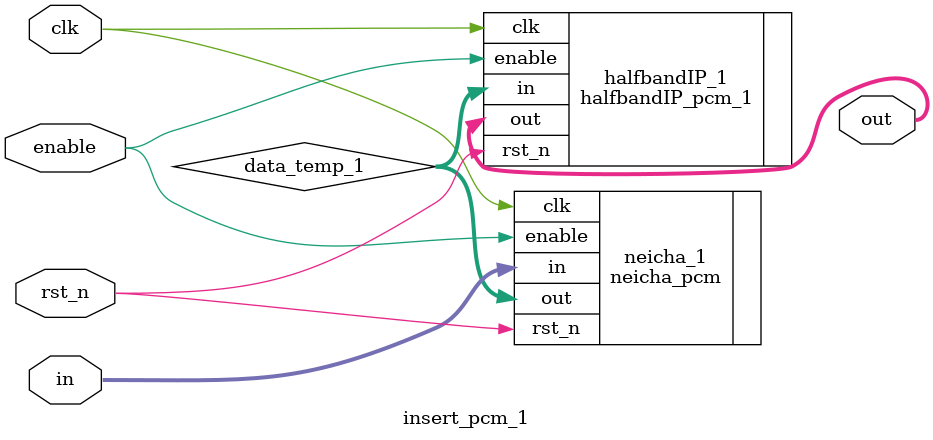
<source format=v>
module insert_pcm_1(in,clk,enable,rst_n,out);

input [23:0]in;
input clk;
input rst_n;
input enable;
output [23:0]out;

wire [23:0]data_temp_1;

neicha_pcm neicha_1(  .in(in),
                  .clk(clk),
						.rst_n(rst_n),
						.out(data_temp_1),
						.enable(enable)
					 );
halfbandIP_pcm_1 halfbandIP_1(    .in(data_temp_1),
                              .clk(clk),
										.out(out),
										.rst_n(rst_n),
										.enable(enable)
									);

endmodule
</source>
